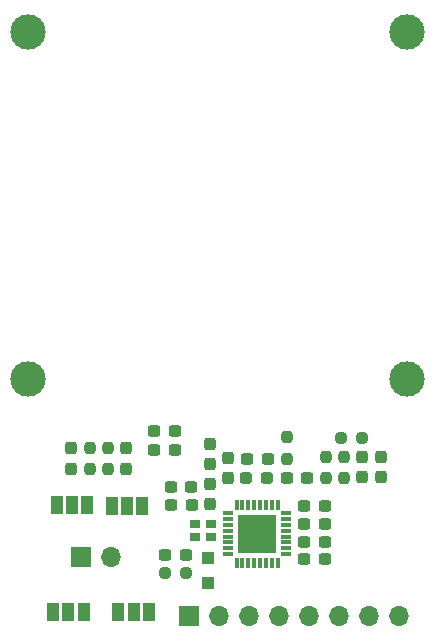
<source format=gts>
G04 #@! TF.GenerationSoftware,KiCad,Pcbnew,7.0.9*
G04 #@! TF.CreationDate,2024-04-20T19:12:39+02:00*
G04 #@! TF.ProjectId,NFC_Programmer,4e46435f-5072-46f6-9772-616d6d65722e,3.0*
G04 #@! TF.SameCoordinates,Original*
G04 #@! TF.FileFunction,Soldermask,Top*
G04 #@! TF.FilePolarity,Negative*
%FSLAX46Y46*%
G04 Gerber Fmt 4.6, Leading zero omitted, Abs format (unit mm)*
G04 Created by KiCad (PCBNEW 7.0.9) date 2024-04-20 19:12:39*
%MOMM*%
%LPD*%
G01*
G04 APERTURE LIST*
G04 Aperture macros list*
%AMRoundRect*
0 Rectangle with rounded corners*
0 $1 Rounding radius*
0 $2 $3 $4 $5 $6 $7 $8 $9 X,Y pos of 4 corners*
0 Add a 4 corners polygon primitive as box body*
4,1,4,$2,$3,$4,$5,$6,$7,$8,$9,$2,$3,0*
0 Add four circle primitives for the rounded corners*
1,1,$1+$1,$2,$3*
1,1,$1+$1,$4,$5*
1,1,$1+$1,$6,$7*
1,1,$1+$1,$8,$9*
0 Add four rect primitives between the rounded corners*
20,1,$1+$1,$2,$3,$4,$5,0*
20,1,$1+$1,$4,$5,$6,$7,0*
20,1,$1+$1,$6,$7,$8,$9,0*
20,1,$1+$1,$8,$9,$2,$3,0*%
G04 Aperture macros list end*
%ADD10RoundRect,0.237500X-0.237500X0.250000X-0.237500X-0.250000X0.237500X-0.250000X0.237500X0.250000X0*%
%ADD11RoundRect,0.237500X0.300000X0.237500X-0.300000X0.237500X-0.300000X-0.237500X0.300000X-0.237500X0*%
%ADD12R,1.000000X1.000000*%
%ADD13RoundRect,0.237500X0.237500X-0.250000X0.237500X0.250000X-0.237500X0.250000X-0.237500X-0.250000X0*%
%ADD14R,1.000000X1.500000*%
%ADD15C,3.000000*%
%ADD16R,1.700000X1.700000*%
%ADD17O,1.700000X1.700000*%
%ADD18RoundRect,0.237500X0.237500X-0.287500X0.237500X0.287500X-0.237500X0.287500X-0.237500X-0.287500X0*%
%ADD19R,0.900000X0.800000*%
%ADD20RoundRect,0.237500X0.237500X-0.300000X0.237500X0.300000X-0.237500X0.300000X-0.237500X-0.300000X0*%
%ADD21RoundRect,0.237500X-0.237500X0.300000X-0.237500X-0.300000X0.237500X-0.300000X0.237500X0.300000X0*%
%ADD22R,0.850000X0.300000*%
%ADD23R,0.300000X0.850000*%
%ADD24R,3.250000X3.250000*%
%ADD25RoundRect,0.237500X-0.300000X-0.237500X0.300000X-0.237500X0.300000X0.237500X-0.300000X0.237500X0*%
%ADD26RoundRect,0.237500X-0.250000X-0.237500X0.250000X-0.237500X0.250000X0.237500X-0.250000X0.237500X0*%
%ADD27RoundRect,0.237500X-0.287500X-0.237500X0.287500X-0.237500X0.287500X0.237500X-0.287500X0.237500X0*%
%ADD28RoundRect,0.237500X0.250000X0.237500X-0.250000X0.237500X-0.250000X-0.237500X0.250000X-0.237500X0*%
G04 APERTURE END LIST*
D10*
X150813750Y-94545000D03*
X150813750Y-96370000D03*
D11*
X147696750Y-96380000D03*
X145971750Y-96380000D03*
D12*
X139260000Y-103150000D03*
D13*
X145994250Y-94742500D03*
X145994250Y-92917500D03*
D14*
X131135000Y-98700000D03*
X132435000Y-98700000D03*
X133735000Y-98700000D03*
D15*
X124080000Y-58640000D03*
X156120000Y-58640000D03*
D11*
X137886750Y-97110000D03*
X136161750Y-97110000D03*
D16*
X128530000Y-103060000D03*
D17*
X131070000Y-103060000D03*
D18*
X140994250Y-96385000D03*
X140994250Y-94635000D03*
D11*
X136462500Y-93970000D03*
X134737500Y-93970000D03*
D15*
X124060000Y-88020000D03*
D19*
X139571750Y-100230000D03*
X138171750Y-100230000D03*
X138171750Y-101330000D03*
X139571750Y-101330000D03*
D20*
X139504250Y-98602500D03*
X139504250Y-96877500D03*
D21*
X139464250Y-93467500D03*
X139464250Y-95192500D03*
D22*
X145914250Y-102820000D03*
X145914250Y-102320000D03*
X145914250Y-101820000D03*
X145914250Y-101320000D03*
X145914250Y-100820000D03*
X145914250Y-100320000D03*
X145914250Y-99820000D03*
X145914250Y-99320000D03*
D23*
X145214250Y-98620000D03*
X144714250Y-98620000D03*
X144214250Y-98620000D03*
X143714250Y-98620000D03*
X143214250Y-98620000D03*
X142714250Y-98620000D03*
X142214250Y-98620000D03*
X141714250Y-98620000D03*
D22*
X141014250Y-99320000D03*
X141014250Y-99820000D03*
X141014250Y-100320000D03*
X141014250Y-100820000D03*
X141014250Y-101320000D03*
X141014250Y-101820000D03*
X141014250Y-102320000D03*
X141014250Y-102820000D03*
D23*
X141714250Y-103520000D03*
X142214250Y-103520000D03*
X142714250Y-103520000D03*
X143214250Y-103520000D03*
X143714250Y-103520000D03*
X144214250Y-103520000D03*
X144714250Y-103520000D03*
X145214250Y-103520000D03*
D24*
X143464250Y-101070000D03*
D16*
X137670000Y-108020000D03*
D17*
X140210000Y-108020000D03*
X142750000Y-108020000D03*
X145290000Y-108020000D03*
X147830000Y-108020000D03*
X150370000Y-108020000D03*
X152910000Y-108020000D03*
X155450000Y-108020000D03*
D10*
X130835000Y-93800000D03*
X130835000Y-95625000D03*
D20*
X152344250Y-96320000D03*
X152344250Y-94595000D03*
D11*
X136462500Y-92400000D03*
X134737500Y-92400000D03*
D25*
X147445000Y-98700000D03*
X149170000Y-98700000D03*
X147445000Y-100220000D03*
X149170000Y-100220000D03*
D13*
X149283250Y-96370000D03*
X149283250Y-94545000D03*
D21*
X153904250Y-94587500D03*
X153904250Y-96312500D03*
D25*
X147445000Y-101740000D03*
X149170000Y-101740000D03*
D10*
X129285000Y-93800000D03*
X129285000Y-95625000D03*
D26*
X150522500Y-92990000D03*
X152347500Y-92990000D03*
D21*
X132385000Y-93850000D03*
X132385000Y-95575000D03*
D20*
X127725000Y-95575000D03*
X127725000Y-93850000D03*
D12*
X139260000Y-105220000D03*
D11*
X137400000Y-102890000D03*
X135675000Y-102890000D03*
D27*
X142544250Y-96400000D03*
X144294250Y-96400000D03*
D28*
X137450000Y-104420000D03*
X135625000Y-104420000D03*
D14*
X129075000Y-98690000D03*
X127775000Y-98690000D03*
X126475000Y-98690000D03*
X134310000Y-107670000D03*
X133010000Y-107670000D03*
X131710000Y-107670000D03*
X126170000Y-107670000D03*
X127470000Y-107670000D03*
X128770000Y-107670000D03*
D25*
X142609250Y-94790000D03*
X144334250Y-94790000D03*
D11*
X137926750Y-98680000D03*
X136201750Y-98680000D03*
D15*
X156110000Y-88020000D03*
D25*
X147445000Y-103260000D03*
X149170000Y-103260000D03*
M02*

</source>
